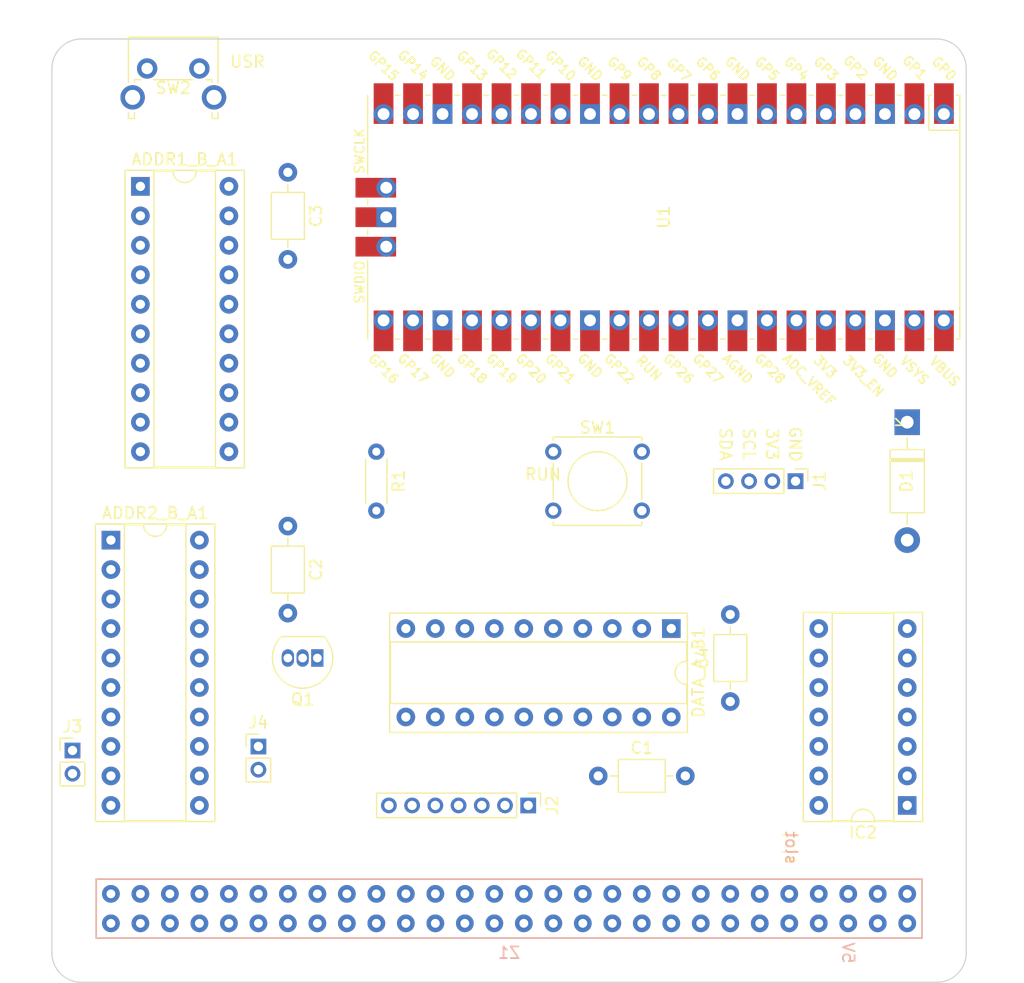
<source format=kicad_pcb>
(kicad_pcb (version 20221018) (generator pcbnew)
  (layers (0 "F.Cu" signal) (31 "B.Cu" signal) (34 "B.Paste" user) (35 "F.Paste" user) (36 "B.SilkS" user "B.Silkscreen") (37 "F.SilkS" user "F.Silkscreen") (38 "B.Mask" user) (39 "F.Mask" user) (44 "Edge.Cuts" user))
  (net 0 "")
  (net 1 "GND")
  (net 2 "A0 3V3")
  (net 3 "A1 3V3")
  (net 4 "A2 3V3")
  (net 5 "A3 3V3")
  (net 6 "A4 3V3")
  (net 7 "A5 3V3")
  (net 8 "A6 3V3")
  (net 9 "A7 3V3")
  (net 10 "A7 5V")
  (net 11 "A6 5V")
  (net 12 "A5 5V")
  (net 13 "A4 5V")
  (net 14 "A3 5V")
  (net 15 "A2 5V")
  (net 16 "A1 5V")
  (net 17 "A0 5V")
  (net 18 "A8 3V3")
  (net 19 "A9 3V3")
  (net 20 "A10 3V3")
  (net 21 "A11 3V3")
  (net 22 "A12 3V3")
  (net 23 "A13 3V3")
  (net 24 "A13 5V")
  (net 25 "A12 5V")
  (net 26 "A11 5V")
  (net 27 "A10 5V")
  (net 28 "A9 5V")
  (net 29 "A8 5V")
  (net 30 "3V3")
  (net 31 "D0 3V3")
  (net 32 "D1 3V3")
  (net 33 "D2 3V3")
  (net 34 "D3 3V3")
  (net 35 "D4 3V3")
  (net 36 "D5 3V3")
  (net 37 "D6 3V3")
  (net 38 "D7 3V3")
  (net 39 "D7 5V")
  (net 40 "D6 5V")
  (net 41 "D5 5V")
  (net 42 "D4 5V")
  (net 43 "D3 5V")
  (net 44 "D2 5V")
  (net 45 "D1 5V")
  (net 46 "D0 5V")
  (net 47 "Net-(DATA_A_B1-CE)")
  (net 48 "A15 5V")
  (net 49 "Net-(IC2-Pad5)")
  (net 50 "A14 5V")
  (net 55 "Net-(Q1-B)")
  (net 56 "Net-(U1-RUN)")
  (net 58 "Net-(SW1-Pad2)")
  (net 85 "Net-(U1-GPIO22)")
  (net 86 "Net-(D1-K)")
  (net 87 "5V")
  (net 88 "/SCL")
  (net 89 "/SDA")
  (net 90 "Net-(ADDR2_B_A1-B6)")
  (net 91 "Net-(ADDR2_B_A1-B7)")
  (net 92 "Net-(ADDR2_B_A1-A7)")
  (net 93 "Net-(ADDR2_B_A1-A6)")
  (net 98 "~{RD} 5V")
  (net 99 "~{MREQ} 5V")
  (net 100 "~{IORQGE}")
  (net 101 "Net-(J2-Pin_5)")
  (net 102 "Net-(J2-Pin_7)")
  (net 103 "~{RESET} 5V")
  (net 104 "Net-(U1-GPIO28_ADC2)")
  (net 105 "Net-(J2-Pin_9)")
  (net 106 "Net-(J2-Pin_8)")
  (net 107 "Net-(SW2-Pad2)")
  (footprint "Button_Switch_THT:SW_Tactile_Straight_KSA0Axx1LFTR" (layer "F.Cu") (at 167.64 88.9)
    (fp_text reference "SW1" (at 3.81 -2.08) (layer "F.SilkS"))
    (fp_text value "SW_RUN")
    (pad "1" thru_hole circle (at 0 0) (size 1.397 1.397) (drill 0.8128) (layers "*.Cu" "*.Mask") (net 56 "Net-(U1-RUN)"))
    (pad "1" thru_hole circle (at 7.62 0) (size 1.397 1.397) (drill 0.8128) (layers "*.Cu" "*.Mask") (net 56 "Net-(U1-RUN)"))
    (pad "2" thru_hole circle (at 0 5.08) (size 1.397 1.397) (drill 0.8128) (layers "*.Cu" "*.Mask") (net 58 "Net-(SW1-Pad2)"))
    (pad "2" thru_hole circle (at 7.62 5.08) (size 1.397 1.397) (drill 0.8128) (layers "*.Cu" "*.Mask") (net 58 "Net-(SW1-Pad2)"))
  )
  (footprint "Capacitor_THT:C_Axial_L3.8mm_D2.6mm_P7.50mm_Horizontal" (layer "F.Cu") (at 144.78 64.83 -90)
    (fp_text reference "C3" (at 3.75 -2.42 90) (layer "F.SilkS"))
    (fp_text value "0.1µF")
    (pad "1" thru_hole circle (at 0 0 270) (size 1.6 1.6) (drill 0.8) (layers "*.Cu" "*.Mask") (net 30 "3V3"))
    (pad "2" thru_hole oval (at 7.5 0 270) (size 1.6 1.6) (drill 0.8) (layers "*.Cu" "*.Mask") (net 1 "GND"))
  )
  (footprint "Connector_PinHeader_2.00mm:PinHeader_1x04_P2.00mm_Vertical" (layer "F.Cu") (at 188.5 91.44 -90)
    (fp_text reference "J1" (at 0 -2.06 90) (layer "F.SilkS"))
    (fp_text value "Conn_I2C")
    (pad "1" thru_hole rect (at 0 0 270) (size 1.35 1.35) (drill 0.8) (layers "*.Cu" "*.Mask") (net 1 "GND"))
    (pad "2" thru_hole oval (at 0 2 270) (size 1.35 1.35) (drill 0.8) (layers "*.Cu" "*.Mask") (net 30 "3V3"))
    (pad "3" thru_hole oval (at 0 4 270) (size 1.35 1.35) (drill 0.8) (layers "*.Cu" "*.Mask") (net 88 "/SCL"))
    (pad "4" thru_hole oval (at 0 6 270) (size 1.35 1.35) (drill 0.8) (layers "*.Cu" "*.Mask") (net 89 "/SDA"))
  )
  (footprint "Connector_PinHeader_2.00mm:PinHeader_1x02_P2.00mm_Vertical" (layer "F.Cu") (at 142.24 114.3)
    (fp_text reference "J4" (at 0 -2.06) (layer "F.SilkS"))
    (fp_text value "Conn_01x02_Pin")
    (pad "1" thru_hole rect (at 0 0) (size 1.35 1.35) (drill 0.8) (layers "*.Cu" "*.Mask") (net 90 "Net-(ADDR2_B_A1-B6)"))
    (pad "2" thru_hole oval (at 0 2) (size 1.35 1.35) (drill 0.8) (layers "*.Cu" "*.Mask") (net 91 "Net-(ADDR2_B_A1-B7)"))
  )
  (footprint "Resistor_THT:R_Axial_DIN0204_L3.6mm_D1.6mm_P5.08mm_Horizontal" (layer "F.Cu") (at 152.4 88.9 -90)
    (fp_text reference "R1" (at 2.54 -1.92 90) (layer "F.SilkS"))
    (fp_text value "6k8")
    (pad "1" thru_hole circle (at 0 0 270) (size 1.4 1.4) (drill 0.7) (layers "*.Cu" "*.Mask") (net 104 "Net-(U1-GPIO28_ADC2)"))
    (pad "2" thru_hole oval (at 5.08 0 270) (size 1.4 1.4) (drill 0.7) (layers "*.Cu" "*.Mask") (net 55 "Net-(Q1-B)"))
  )
  (footprint "Package_DIP:DIP-20_W7.62mm_Socket" (layer "F.Cu") (at 129.54 96.52)
    (fp_text reference "ADDR2_B_A1" (at 3.81 -2.33) (layer "F.SilkS"))
    (fp_text value "74LS245")
    (pad "1" thru_hole rect (at 0 0) (size 1.6 1.6) (drill 0.8) (layers "*.Cu" "*.Mask") (net 1 "GND"))
    (pad "2" thru_hole oval (at 0 2.54) (size 1.6 1.6) (drill 0.8) (layers "*.Cu" "*.Mask") (net 18 "A8 3V3"))
    (pad "3" thru_hole oval (at 0 5.08) (size 1.6 1.6) (drill 0.8) (layers "*.Cu" "*.Mask") (net 19 "A9 3V3"))
    (pad "4" thru_hole oval (at 0 7.62) (size 1.6 1.6) (drill 0.8) (layers "*.Cu" "*.Mask") (net 20 "A10 3V3"))
    (pad "5" thru_hole oval (at 0 10.16) (size 1.6 1.6) (drill 0.8) (layers "*.Cu" "*.Mask") (net 21 "A11 3V3"))
    (pad "6" thru_hole oval (at 0 12.7) (size 1.6 1.6) (drill 0.8) (layers "*.Cu" "*.Mask") (net 22 "A12 3V3"))
    (pad "7" thru_hole oval (at 0 15.24) (size 1.6 1.6) (drill 0.8) (layers "*.Cu" "*.Mask") (net 23 "A13 3V3"))
    (pad "8" thru_hole oval (at 0 17.78) (size 1.6 1.6) (drill 0.8) (layers "*.Cu" "*.Mask") (net 93 "Net-(ADDR2_B_A1-A6)"))
    (pad "9" thru_hole oval (at 0 20.32) (size 1.6 1.6) (drill 0.8) (layers "*.Cu" "*.Mask") (net 92 "Net-(ADDR2_B_A1-A7)"))
    (pad "10" thru_hole oval (at 0 22.86) (size 1.6 1.6) (drill 0.8) (layers "*.Cu" "*.Mask") (net 1 "GND"))
    (pad "11" thru_hole oval (at 7.62 22.86) (size 1.6 1.6) (drill 0.8) (layers "*.Cu" "*.Mask") (net 91 "Net-(ADDR2_B_A1-B7)"))
    (pad "12" thru_hole oval (at 7.62 20.32) (size 1.6 1.6) (drill 0.8) (layers "*.Cu" "*.Mask") (net 90 "Net-(ADDR2_B_A1-B6)"))
    (pad "13" thru_hole oval (at 7.62 17.78) (size 1.6 1.6) (drill 0.8) (layers "*.Cu" "*.Mask") (net 24 "A13 5V"))
    (pad "14" thru_hole oval (at 7.62 15.24) (size 1.6 1.6) (drill 0.8) (layers "*.Cu" "*.Mask") (net 25 "A12 5V"))
    (pad "15" thru_hole oval (at 7.62 12.7) (size 1.6 1.6) (drill 0.8) (layers "*.Cu" "*.Mask") (net 26 "A11 5V"))
    (pad "16" thru_hole oval (at 7.62 10.16) (size 1.6 1.6) (drill 0.8) (layers "*.Cu" "*.Mask") (net 27 "A10 5V"))
    (pad "17" thru_hole oval (at 7.62 7.62) (size 1.6 1.6) (drill 0.8) (layers "*.Cu" "*.Mask") (net 28 "A9 5V"))
    (pad "18" thru_hole oval (at 7.62 5.08) (size 1.6 1.6) (drill 0.8) (layers "*.Cu" "*.Mask") (net 29 "A8 5V"))
    (pad "19" thru_hole oval (at 7.62 2.54) (size 1.6 1.6) (drill 0.8) (layers "*.Cu" "*.Mask") (net 1 "GND"))
    (pad "20" thru_hole oval (at 7.62 0) (size 1.6 1.6) (drill 0.8) (layers "*.Cu" "*.Mask") (net 30 "3V3"))
  )
  (footprint "Capacitor_THT:C_Axial_L3.8mm_D2.6mm_P7.50mm_Horizontal" (layer "F.Cu") (at 144.78 95.31 -90)
    (fp_text reference "C2" (at 3.75 -2.42 90) (layer "F.SilkS"))
    (fp_text value "0.1µF")
    (pad "1" thru_hole circle (at 0 0 270) (size 1.6 1.6) (drill 0.8) (layers "*.Cu" "*.Mask") (net 30 "3V3"))
    (pad "2" thru_hole oval (at 7.5 0 270) (size 1.6 1.6) (drill 0.8) (layers "*.Cu" "*.Mask") (net 1 "GND"))
  )
  (footprint "Connector_PinHeader_2.00mm:PinHeader_1x02_P2.00mm_Vertical" (layer "F.Cu") (at 126.2317 114.6433)
    (fp_text reference "J3" (at 0 -2.06) (layer "F.SilkS"))
    (fp_text value "Conn_01x02_Pin")
    (pad "1" thru_hole rect (at 0 0) (size 1.35 1.35) (drill 0.8) (layers "*.Cu" "*.Mask") (net 93 "Net-(ADDR2_B_A1-A6)"))
    (pad "2" thru_hole oval (at 0 2) (size 1.35 1.35) (drill 0.8) (layers "*.Cu" "*.Mask") (net 92 "Net-(ADDR2_B_A1-A7)"))
  )
  (footprint "Connector_PinHeader_2.00mm:PinHeader_1x07_P2.00mm_Vertical" (layer "F.Cu") (at 165.48 119.38 -90)
    (fp_text reference "J2" (at 0 -2.06 -90) (layer "F.SilkS"))
    (fp_text value "Conn_01x07_Pin")
    (pad "1" thru_hole rect (at 0 0 270) (size 1.35 1.35) (drill 0.8) (layers "*.Cu" "*.Mask") (net 48 "A15 5V"))
    (pad "2" thru_hole oval (at 0 2 270) (size 1.35 1.35) (drill 0.8) (layers "*.Cu" "*.Mask") (net 50 "A14 5V"))
    (pad "3" thru_hole oval (at 0 4 270) (size 1.35 1.35) (drill 0.8) (layers "*.Cu" "*.Mask") (net 100 "~{IORQGE}"))
    (pad "4" thru_hole oval (at 0 6 270) (size 1.35 1.35) (drill 0.8) (layers "*.Cu" "*.Mask") (net 99 "~{MREQ} 5V"))
    (pad "5" thru_hole oval (at 0 8 270) (size 1.35 1.35) (drill 0.8) (layers "*.Cu" "*.Mask") (net 101 "Net-(J2-Pin_5)"))
    (pad "6" thru_hole oval (at 0 10 270) (size 1.35 1.35) (drill 0.8) (layers "*.Cu" "*.Mask") (net 98 "~{RD} 5V"))
    (pad "7" thru_hole oval (at 0 12 270) (size 1.35 1.35) (drill 0.8) (layers "*.Cu" "*.Mask") (net 102 "Net-(J2-Pin_7)"))
  )
  (footprint "Diode_THT:D_DO-41_SOD81_P10.16mm_Horizontal" (layer "F.Cu") (at 198.12 86.36 -90)
    (fp_text reference "D1" (at 5.08 0.07 90) (layer "F.SilkS"))
    (fp_text value "1N400X")
    (fp_text user "K" (at 0 0.44 90) (layer "F.SilkS"))
    (pad "1" thru_hole rect (at 0 0 270) (size 2.2 2.2) (drill 1.1) (layers "*.Cu" "*.Mask") (net 86 "Net-(D1-K)"))
    (pad "2" thru_hole oval (at 10.16 0 270) (size 2.2 2.2) (drill 1.1) (layers "*.Cu" "*.Mask") (net 87 "5V"))
  )
  (footprint "MCU_RaspberryPi_and_Boards:RPi_Pico_SMD_TH" (layer "F.Cu") (at 177.15 68.695 -90)
    (fp_text reference "U1" (at 0 0 90) (layer "F.SilkS"))
    (fp_text value "Pico")
    (fp_text user "GND" (at -12.8 -19.05 135) (layer "F.SilkS") (effects (font (size 0.8 0.8))))
    (fp_text user "GP28" (at 13.054 -9.144 135) (layer "F.SilkS") (effects (font (size 0.8 0.8))))
    (fp_text user "GND" (at 12.8 19.05 135) (layer "F.SilkS") (effects (font (size 0.8 0.8))))
    (fp_text user "GP16" (at 13.054 24.13 135) (layer "F.SilkS") (effects (font (size 0.8 0.8))))
    (fp_text user "GND" (at -12.8 6.35 135) (layer "F.SilkS") (effects (font (size 0.8 0.8))))
    (fp_text user "GP19" (at 13.054 13.97 135) (layer "F.SilkS") (effects (font (size 0.8 0.8))))
    (fp_text user "GP8" (at -12.8 1.27 135) (layer "F.SilkS") (effects (font (size 0.8 0.8))))
    (fp_text user "GND" (at 12.8 6.35 135) (layer "F.SilkS") (effects (font (size 0.8 0.8))))
    (fp_text user "GP26" (at 13.054 -1.27 135) (layer "F.SilkS") (effects (font (size 0.8 0.8))))
    (fp_text user "GP14" (at -13.1 21.59 135) (layer "F.SilkS") (effects (font (size 0.8 0.8))))
    (fp_text user "SWCLK" (at -5.7 26.2 90) (layer "F.SilkS") (effects (font (size 0.8 0.8))))
    (fp_text user "3V3_EN" (at 13.7 -17.2 135) (layer "F.SilkS") (effects (font (size 0.8 0.8))))
    (fp_text user "VBUS" (at 13.3 -24.2 135) (layer "F.SilkS") (effects (font (size 0.8 0.8))))
    (fp_text user "3V3" (at 12.9 -13.9 135) (layer "F.SilkS") (effects (font (size 0.8 0.8))))
    (fp_text user "SWDIO" (at 5.6 26.2 90) (layer "F.SilkS") (effects (font (size 0.8 0.8))))
    (fp_text user "GND" (at 12.8 -19.05 135) (layer "F.SilkS") (effects (font (size 0.8 0.8))))
    (fp_text user "GP5" (at -12.8 -8.89 135) (layer "F.SilkS") (effects (font (size 0.8 0.8))))
    (fp_text user "AGND" (at 13.054 -6.35 135) (layer "F.SilkS") (effects (font (size 0.8 0.8))))
    (fp_text user "GP21" (at 13.054 8.9 135) (layer "F.SilkS") (effects (font (size 0.8 0.8))))
    (fp_text user "GP27" (at 13.054 -3.8 135) (layer "F.SilkS") (effects (font (size 0.8 0.8))))
    (fp_text user "GP18" (at 13.054 16.51 135) (layer "F.SilkS") (effects (font (size 0.8 0.8))))
    (fp_text user "VSYS" (at 13.2 -21.59 135) (layer "F.SilkS") (effects (font (size 0.8 0.8))))
    (fp_text user "GP6" (at -12.8 -3.81 135) (layer "F.SilkS") (effects (font (size 0.8 0.8))))
    (fp_text user "GP1" (at -12.9 -21.6 135) (layer "F.SilkS") (effects (font (size 0.8 0.8))))
    (fp_text user "GP17" (at 13.054 21.59 135) (layer "F.SilkS") (effects (font (size 0.8 0.8))))
    (fp_text user "GND" (at -12.8 -6.35 135) (layer "F.SilkS") (effects (font (size 0.8 0.8))))
    (fp_text user "GP3" (at -12.8 -13.97 135) (layer "F.SilkS") (effects (font (size 0.8 0.8))))
    (fp_text user "GP7" (at -12.7 -1.3 135) (layer "F.SilkS") (effects (font (size 0.8 0.8))))
    (fp_text user "GP15" (at -13.054 24.13 135) (layer "F.SilkS") (effects (font (size 0.8 0.8))))
    (fp_text user "GP10" (at -13.054 8.89 135) (layer "F.SilkS") (effects (font (size 0.8 0.8))))
    (fp_text user "GP2" (at -12.9 -16.51 135) (layer "F.SilkS") (effects (font (size 0.8 0.8))))
    (fp_text user "GP0" (at -12.8 -24.13 135) (layer "F.SilkS") (effects (font (size 0.8 0.8))))
    (fp_text user "GP13" (at -13.054 16.51 135) (layer "F.SilkS") (effects (font (size 0.8 0.8))))
    (fp_text user "GP20" (at 13.054 11.43 135) (layer "F.SilkS") (effects (font (size 0.8 0.8))))
    (fp_text user "GP4" (at -12.8 -11.43 135) (layer "F.SilkS") (effects (font (size 0.8 0.8))))
    (fp_text user "GP11" (at -13.2 11.43 135) (layer "F.SilkS") (effects (font (size 0.8 0.8))))
    (fp_text user "GP12" (at -13.2 13.97 135) (layer "F.SilkS") (effects (font (size 0.8 0.8))))
    (fp_text user "RUN" (at 13 1.27 135) (layer "F.SilkS") (effects (font (size 0.8 0.8))))
    (fp_text user "GP22" (at 13.054 3.81 135) (layer "F.SilkS") (effects (font (size 0.8 0.8))))
    (fp_text user "GP9" (at -12.8 3.81 135) (layer "F.SilkS") (effects (font (size 0.8 0.8))))
    (fp_text user "ADC_VREF" (at 14 -12.5 135) (layer "F.SilkS") (effects (font (size 0.8 0.8))))
    (fp_text user "GND" (at -12.8 19.05 135) (layer "F.SilkS") (effects (font (size 0.8 0.8))))
    (pad "" np_thru_hole oval (at -2.725 -24 270) (size 1.8 1.8) (drill 1.8) (layers "*.Cu" "*.Mask"))
    (pad "" np_thru_hole oval (at -2.425 -20.97 270) (size 1.5 1.5) (drill 1.5) (layers "*.Cu" "*.Mask"))
    (pad "" np_thru_hole oval (at 2.425 -20.97 270) (size 1.5 1.5) (drill 1.5) (layers "*.Cu" "*.Mask"))
    (pad "" np_thru_hole oval (at 2.725 -24 270) (size 1.8 1.8) (drill 1.8) (layers "*.Cu" "*.Mask"))
    (pad "1" thru_hole oval (at -8.89 -24.13 270) (size 1.7 1.7) (drill 1.02) (layers "*.Cu" "*.Mask") (net 2 "A0 3V3"))
    (pad "1" smd rect (at -8.89 -24.13 270) (size 3.5 1.7) (drill (offset -0.9 0)) (layers "F.Cu" "F.Mask") (net 2 "A0 3V3"))
    (pad "2" thru_hole oval (at -8.89 -21.59 270) (size 1.7 1.7) (drill 1.02) (layers "*.Cu" "*.Mask") (net 3 "A1 3V3"))
    (pad "2" smd rect (at -8.89 -21.59 270) (size 3.5 1.7) (drill (offset -0.9 0)) (layers "F.Cu" "F.Mask") (net 3 "A1 3V3"))
    (pad "3" thru_hole rect (at -8.89 -19.05 270) (size 1.7 1.7) (drill 1.02) (layers "*.Cu" "*.Mask"))
    (pad "3" smd rect (at -8.89 -19.05 270) (size 3.5 1.7) (drill (offset -0.9 0)) (layers "F.Cu" "F.Mask"))
    (pad "4" thru_hole oval (at -8.89 -16.51 270) (size 1.7 1.7) (drill 1.02) (layers "*.Cu" "*.Mask") (net 4 "A2 3V3"))
    (pad "4" smd rect (at -8.89 -16.51 270) (size 3.5 1.7) (drill (offset -0.9 0)) (layers "F.Cu" "F.Mask") (net 4 "A2 3V3"))
    (pad "5" thru_hole oval (at -8.89 -13.97 270) (size 1.7 1.7) (drill 1.02) (layers "*.Cu" "*.Mask") (net 5 "A3 3V3"))
    (pad "5" smd rect (at -8.89 -13.97 270) (size 3.5 1.7) (drill (offset -0.9 0)) (layers "F.Cu" "F.Mask") (net 5 "A3 3V3"))
    (pad "6" thru_hole oval (at -8.89 -11.43 270) (size 1.7 1.7) (drill 1.02) (layers "*.Cu" "*.Mask") (net 6 "A4 3V3"))
    (pad "6" smd rect (at -8.89 -11.43 270) (size 3.5 1.7) (drill (offset -0.9 0)) (layers "F.Cu" "F.Mask") (net 6 "A4 3V3"))
    (pad "7" thru_hole oval (at -8.89 -8.89 270) (size 1.7 1.7) (drill 1.02) (layers "*.Cu" "*.Mask") (net 7 "A5 3V3"))
    (pad "7" smd rect (at -8.89 -8.89 270) (size 3.5 1.7) (drill (offset -0.9 0)) (layers "F.Cu" "F.Mask") (net 7 "A5 3V3"))
    (pad "8" thru_hole rect (at -8.89 -6.35 270) (size 1.7 1.7) (drill 1.02) (layers "*.Cu" "*.Mask"))
    (pad "8" smd rect (at -8.89 -6.35 270) (size 3.5 1.7) (drill (offset -0.9 0)) (layers "F.Cu" "F.Mask"))
    (pad "9" thru_hole oval (at -8.89 -3.81 270) (size 1.7 1.7) (drill 1.02) (layers "*.Cu" "*.Mask") (net 8 "A6 3V3"))
    (pad "9" smd rect (at -8.89 -3.81 270) (size 3.5 1.7) (drill (offset -0.9 0)) (layers "F.Cu" "F.Mask") (net 8 "A6 3V3"))
    (pad "10" thru_hole oval (at -8.89 -1.27 270) (size 1.7 1.7) (drill 1.02) (layers "*.Cu" "*.Mask") (net 9 "A7 3V3"))
    (pad "10" smd rect (at -8.89 -1.27 270) (size 3.5 1.7) (drill (offset -0.9 0)) (layers "F.Cu" "F.Mask") (net 9 "A7 3V3"))
    (pad "11" thru_hole oval (at -8.89 1.27 270) (size 1.7 1.7) (drill 1.02) (layers "*.Cu" "*.Mask") (net 18 "A8 3V3"))
    (pad "11" smd rect (at -8.89 1.27 270) (size 3.5 1.7) (drill (offset -0.9 0)) (layers "F.Cu" "F.Mask") (net 18 "A8 3V3"))
    (pad "12" thru_hole oval (at -8.89 3.81 270) (size 1.7 1.7) (drill 1.02) (layers "*.Cu" "*.Mask") (net 19 "A9 3V3"))
    (pad "12" smd rect (at -8.89 3.81 270) (size 3.5 1.7) (drill (offset -0.9 0)) (layers "F.Cu" "F.Mask") (net 19 "A9 3V3"))
    (pad "13" thru_hole rect (at -8.89 6.35 270) (size 1.7 1.7) (drill 1.02) (layers "*.Cu" "*.Mask"))
    (pad "13" smd rect (at -8.89 6.35 270) (size 3.5 1.7) (drill (offset -0.9 0)) (layers "F.Cu" "F.Mask"))
    (pad "14" thru_hole oval (at -8.89 8.89 270) (size 1.7 1.7) (drill 1.02) (layers "*.Cu" "*.Mask") (net 20 "A10 3V3"))
    (pad "14" smd rect (at -8.89 8.89 270) (size 3.5 1.7) (drill (offset -0.9 0)) (layers "F.Cu" "F.Mask") (net 20 "A10 3V3"))
    (pad "15" thru_hole oval (at -8.89 11.43 270) (size 1.7 1.7) (drill 1.02) (layers "*.Cu" "*.Mask") (net 21 "A11 3V3"))
    (pad "15" smd rect (at -8.89 11.43 270) (size 3.5 1.7) (drill (offset -0.9 0)) (layers "F.Cu" "F.Mask") (net 21 "A11 3V3"))
    (pad "16" thru_hole oval (at -8.89 13.97 270) (size 1.7 1.7) (drill 1.02) (layers "*.Cu" "*.Mask") (net 22 "A12 3V3"))
    (pad "16" smd rect (at -8.89 13.97 270) (size 3.5 1.7) (drill (offset -0.9 0)) (layers "F.Cu" "F.Mask") (net 22 "A12 3V3"))
    (pad "17" thru_hole oval (at -8.89 16.51 270) (size 1.7 1.7) (drill 1.02) (layers "*.Cu" "*.Mask") (net 23 "A13 3V3"))
    (pad "17" smd rect (at -8.89 16.51 270) (size 3.5 1.7) (drill (offset -0.9 0)) (layers "F.Cu" "F.Mask") (net 23 "A13 3V3"))
    (pad "18" thru_hole rect (at -8.89 19.05 270) (size 1.7 1.7) (drill 1.02) (layers "*.Cu" "*.Mask"))
    (pad "18" smd rect (at -8.89 19.05 270) (size 3.5 1.7) (drill (offset -0.9 0)) (layers "F.Cu" "F.Mask"))
    (pad "19" thru_hole oval (at -8.89 21.59 270) (size 1.7 1.7) (drill 1.02) (layers "*.Cu" "*.Mask") (net 31 "D0 3V3"))
    (pad "19" smd rect (at -8.89 21.59 270) (size 3.5 1.7) (drill (offset -0.9 0)) (layers "F.Cu" "F.Mask") (net 31 "D0 3V3"))
    (pad "20" thru_hole oval (at -8.89 24.13 270) (size 1.7 1.7) (drill 1.02) (layers "*.Cu" "*.Mask") (net 32 "D1 3V3"))
    (pad "20" smd rect (at -8.89 24.13 270) (size 3.5 1.7) (drill (offset -0.9 0)) (layers "F.Cu" "F.Mask") (net 32 "D1 3V3"))
    (pad "21" thru_hole oval (at 8.89 24.13 270) (size 1.7 1.7) (drill 1.02) (layers "*.Cu" "*.Mask") (net 33 "D2 3V3"))
    (pad "21" smd rect (at 8.89 24.13 270) (size 3.5 1.7) (drill (offset 0.9 0)) (layers "F.Cu" "F.Mask") (net 33 "D2 3V3"))
    (pad "22" thru_hole oval (at 8.89 21.59 270) (size 1.7 1.7) (drill 1.02) (layers "*.Cu" "*.Mask") (net 34 "D3 3V3"))
    (pad "22" smd rect (at 8.89 21.59 270) (size 3.5 1.7) (drill (offset 0.9 0)) (layers "F.Cu" "F.Mask") (net 34 "D3 3V3"))
    (pad "23" thru_hole rect (at 8.89 19.05 270) (size 1.7 1.7) (drill 1.02) (layers "*.Cu" "*.Mask") (net 58 "Net-(SW1-Pad2)"))
    (pad "23" smd rect (at 8.89 19.05 270) (size 3.5 1.7) (drill (offset 0.9 0)) (layers "F.Cu" "F.Mask") (net 58 "Net-(SW1-Pad2)"))
    (pad "24" thru_hole oval (at 8.89 16.51 270) (size 1.7 1.7) (drill 1.02) (layers "*.Cu" "*.Mask") (net 35 "D4 3V3"))
    (pad "24" smd rect (at 8.89 16.51 270) (size 3.5 1.7) (drill (offset 0.9 0)) (layers "F.Cu" "F.Mask") (net 35 "D4 3V3"))
    (pad "25" thru_hole oval (at 8.89 13.97 270) (size 1.7 1.7) (drill 1.02) (layers "*.Cu" "*.Mask") (net 36 "D5 3V3"))
    (pad "25" smd rect (at 8.89 13.97 270) (size 3.5 1.7) (drill (offset 0.9 0)) (layers "F.Cu" "F.Mask") (net 36 "D5 3V3"))
    (pad "26" thru_hole oval (at 8.89 11.43 270) (size 1.7 1.7) (drill 1.02) (layers "*.Cu" "*.Mask") (net 37 "D6 3V3"))
    (pad "26" smd rect (at 8.89 11.43 270) (size 3.5 1.7) (drill (offset 0.9 0)) (layers "F.Cu" "F.Mask") (net 37 "D6 3V3"))
    (pad "27" thru_hole oval (at 8.89 8.89 270) (size 1.7 1.7) (drill 1.02) (layers "*.Cu" "*.Mask") (net 38 "D7 3V3"))
    (pad "27" smd rect (at 8.89 8.89 270) (size 3.5 1.7) (drill (offset 0.9 0)) (layers "F.Cu" "F.Mask") (net 38 "D7 3V3"))
    (pad "28" thru_hole rect (at 8.89 6.35 270) (size 1.7 1.7) (drill 1.02) (layers "*.Cu" "*.Mask") (net 107 "Net-(SW2-Pad2)"))
    (pad "28" smd rect (at 8.89 6.35 270) (size 3.5 1.7) (drill (offset 0.9 0)) (layers "F.Cu" "F.Mask") (net 107 "Net-(SW2-Pad2)"))
    (pad "29" thru_hole oval (at 8.89 3.81 270) (size 1.7 1.7) (drill 1.02) (layers "*.Cu" "*.Mask") (net 85 "Net-(U1-GPIO22)"))
    (pad "29" smd rect (at 8.89 3.81 270) (size 3.5 1.7) (drill (offset 0.9 0)) (layers "F.Cu" "F.Mask") (net 85 "Net-(U1-GPIO22)"))
    (pad "30" thru_hole oval (at 8.89 1.27 270) (size 1.7 1.7) (drill 1.02) (layers "*.Cu" "*.Mask") (net 56 "Net-(U1-RUN)"))
    (pad "30" smd rect (at 8.89 1.27 270) (size 3.5 1.7) (drill (offset 0.9 0)) (layers "F.Cu" "F.Mask") (net 56 "Net-(U1-RUN)"))
    (pad "31" thru_hole oval (at 8.89 -1.27 270) (size 1.7 1.7) (drill 1.02) (layers "*.Cu" "*.Mask") (net 89 "/SDA"))
    (pad "31" smd rect (at 8.89 -1.27 270) (size 3.5 1.7) (drill (offset 0.9 0)) (layers "F.Cu" "F.Mask") (net 89 "/SDA"))
    (pad "32" thru_hole oval (at 8.89 -3.81 270) (size 1.7 1.7) (drill 1.02) (layers "*.Cu" "*.Mask") (net 88 "/SCL"))
    (pad "32" smd rect (at 8.89 -3.81 270) (size 3.5 1.7) (drill (offset 0.9 0)) (layers "F.Cu" "F.Mask") (net 88 "/SCL"))
    (pad "33" thru_hole rect (at 8.89 -6.35 270) (size 1.7 1.7) (drill 1.02) (layers "*.Cu" "*.Mask"))
    (pad "33" smd rect (at 8.89 -6.35 270) (size 3.5 1.7) (drill (offset 0.9 0)) (layers "F.Cu" "F.Mask"))
    (pad "34" thru_hole oval (at 8.89 -8.89 270) (size 1.7 1.7) (drill 1.02) (layers "*.Cu" "*.Mask") (net 104 "Net-(U1-GPIO28_ADC2)"))
    (pad "34" smd rect (at 8.89 -8.89 270) (size 3.5 1.7) (drill (offset 0.9 0)) (layers "F.Cu" "F.Mask") (net 104 "Net-(U1-GPIO28_ADC2)"))
    (pad "35" thru_hole oval (at 8.89 -11.43 270) (size 1.7 1.7) (drill 1.02) (layers "*.Cu" "*.Mask"))
    (pad "35" smd rect (at 8.89 -11.43 270) (size 3.5 1.7) (drill (offset 0.9 0)) (layers "F.Cu" "F.Mask"))
    (pad "36" thru_hole oval (at 8.89 -13.97 270) (size 1.7 1.7) (drill 1.02) (layers "*.Cu" "*.Mask") (net 30 "3V3"))
    (pad "36" smd rect (at 8.89 -13.97 270) (size 3.5 1.7) (drill (offset 0.9 0)) (layers "F.Cu" "F.Mask") (net 30 "3V3"))
    (pad "37" thru_hole oval (at 8.89 -16.51 270) (size 1.7 1.7) (drill 1.02) (layers "*.Cu" "*.Mask"))
    (pad "37" smd rect (at 8.89 -16.51 270) (size 3.5 1.7) (drill (offset 0.9 0)) (layers "F.Cu" "F.Mask"))
    (pad "38" thru_hole rect (at 8.89 -19.05 270) (size 1.7 1.7) (drill 1.02) (layers "*.Cu" "*.Mask"))
    (pad "38" smd rect (at 8.89 -19.05 270) (size 3.5 1.7) (drill (offset 0.9 0)) (layers "F.Cu" "F.Mask"))
    (pad "39" thru_hole oval (at 8.89 -21.59 270) (size 1.7 1.7) (drill 1.02) (layers "*.Cu" "*.Mask") (net 86 "Net-(D1-K)"))
    (pad "39" smd rect (at 8.89 -21.59 270) (size 3.5 1.7) (drill (offset 0.9 0)) (layers "F.Cu" "F.Mask") (net 86 "Net-(D1-K)"))
    (pad "40" thru_hole oval (at 8.89 -24.13 270) (size 1.7 1.7) (drill 1.02) (layers "*.Cu" "*.Mask"))
    (pad "40" smd rect (at 8.89 -24.13 270) (size 3.5 1.7) (drill (offset 0.9 0)) (layers "F.Cu" "F.Mask"))
    (pad "41" thru_hole oval (at -2.54 23.9 270) (size 1.7 1.7) (drill 1.02) (layers "*.Cu" "*.Mask"))
    (pad "41" smd rect (at -2.54 23.9) (size 3.5 1.7) (drill (offset -0.9 0)) (layers "F.Cu" "F.Mask"))
    (pad "42" thru_hole rect (at 0 23.9 270) (size 1.7 1.7) (drill 1.02) (layers "*.Cu" "*.Mask") (net 1 "GND"))
    (pad "42" smd rect (at 0 23.9) (size 3.5 1.7) (drill (offset -0.9 0)) (layers "F.Cu" "F.Mask") (net 1 "GND"))
    (pad "43" thru_hole oval (at 2.54 23.9 270) (size 1.7 1.7) (drill 1.02) (layers "*.Cu" "*.Mask"))
    (pad "43" smd rect (at 2.54 23.9) (size 3.5 1.7) (drill (offset -0.9 0)) (layers "F.Cu" "F.Mask"))
  )
  (footprint "Package_DIP:DIP-14_W7.62mm_Socket" (layer "F.Cu") (at 198.12 119.38 180)
    (fp_text reference "IC2" (at 3.81 -2.33) (layer "F.SilkS"))
    (fp_text value "4075")
    (pad "1" thru_hole rect (at 0 0 180) (size 1.6 1.6) (drill 0.8) (layers "*.Cu" "*.Mask") (net 99 "~{MREQ} 5V"))
    (pad "2" thru_hole oval (at 0 2.54 180) (size 1.6 1.6) (drill 0.8) (layers "*.Cu" "*.Mask") (net 48 "A15 5V"))
    (pad "3" thru_hole oval (at 0 5.08 180) (size 1.6 1.6) (drill 0.8) (layers "*.Cu" "*.Mask") (net 1 "GND"))
    (pad "4" thru_hole oval (at 0 7.62 180) (size 1.6 1.6) (drill 0.8) (layers "*.Cu" "*.Mask") (net 98 "~{RD} 5V"))
    (pad "5" thru_hole oval (at 0 10.16 180) (size 1.6 1.6) (drill 0.8) (layers "*.Cu" "*.Mask") (net 49 "Net-(IC2-Pad5)"))
    (pad "6" thru_hole oval (at 0 12.7 180) (size 1.6 1.6) (drill 0.8) (layers "*.Cu" "*.Mask") (net 47 "Net-(DATA_A_B1-CE)"))
    (pad "7" thru_hole oval (at 0 15.24 180) (size 1.6 1.6) (drill 0.8) (layers "*.Cu" "*.Mask") (net 1 "GND"))
    (pad "8" thru_hole oval (at 7.62 15.24 180) (size 1.6 1.6) (drill 0.8) (layers "*.Cu" "*.Mask") (net 50 "A14 5V"))
    (pad "9" thru_hole oval (at 7.62 12.7 180) (size 1.6 1.6) (drill 0.8) (layers "*.Cu" "*.Mask") (net 49 "Net-(IC2-Pad5)"))
    (pad "10" thru_hole oval (at 7.62 10.16 180) (size 1.6 1.6) (drill 0.8) (layers "*.Cu" "*.Mask"))
    (pad "11" thru_hole oval (at 7.62 7.62 180) (size 1.6 1.6) (drill 0.8) (layers "*.Cu" "*.Mask"))
    (pad "12" thru_hole oval (at 7.62 5.08 180) (size 1.6 1.6) (drill 0.8) (layers "*.Cu" "*.Mask"))
    (pad "13" thru_hole oval (at 7.62 2.54 180) (size 1.6 1.6) (drill 0.8) (layers "*.Cu" "*.Mask"))
    (pad "14" thru_hole oval (at 7.62 0 180) (size 1.6 1.6) (drill 0.8) (layers "*.Cu" "*.Mask") (net 30 "3V3"))
  )
  (footprint "Button_Switch_THT:SW_Tactile_SPST_Angled_PTS645Vx58-2LFS" (layer "F.Cu") (at 132.66 55.88)
    (fp_text reference "SW2" (at 2.25 1.68) (layer "F.SilkS"))
    (fp_text value "SW_USR")
    (pad "" thru_hole circle (at -1.25 2.49) (size 2.1 2.1) (drill 1.3) (layers "*.Cu" "*.Mask"))
    (pad "" thru_hole circle (at 5.76 2.49) (size 2.1 2.1) (drill 1.3) (layers "*.Cu" "*.Mask"))
    (pad "1" thru_hole circle (at 0 0) (size 1.75 1.75) (drill 0.99) (layers "*.Cu" "*.Mask") (net 85 "Net-(U1-GPIO22)"))
    (pad "2" thru_hole circle (at 4.5 0) (size 1.75 1.75) (drill 0.99) (layers "*.Cu" "*.Mask") (net 107 "Net-(SW2-Pad2)"))
  )
  (footprint "Package_DIP:DIP-20_W7.62mm_Socket" (layer "F.Cu") (at 177.8 104.14 -90)
    (fp_text reference "DATA_A_B1" (at 3.81 -2.33 90) (layer "F.SilkS"))
    (fp_text value "74LS245")
    (pad "1" thru_hole rect (at 0 0 270) (size 1.6 1.6) (drill 0.8) (layers "*.Cu" "*.Mask") (net 30 "3V3"))
    (pad "2" thru_hole oval (at 0 2.54 270) (size 1.6 1.6) (drill 0.8) (layers "*.Cu" "*.Mask") (net 31 "D0 3V3"))
    (pad "3" thru_hole oval (at 0 5.08 270) (size 1.6 1.6) (drill 0.8) (layers "*.Cu" "*.Mask") (net 32 "D1 3V3"))
    (pad "4" thru_hole oval (at 0 7.62 270) (size 1.6 1.6) (drill 0.8) (layers "*.Cu" "*.Mask") (net 33 "D2 3V3"))
    (pad "5" thru_hole oval (at 0 10.16 270) (size 1.6 1.6) (drill 0.8) (layers "*.Cu" "*.Mask") (net 34 "D3 3V3"))
    (pad "6" thru_hole oval (at 0 12.7 270) (size 1.6 1.6) (drill 0.8) (layers "*.Cu" "*.Mask") (net 35 "D4 3V3"))
    (pad "7" thru_hole oval (at 0 15.24 270) (size 1.6 1.6) (drill 0.8) (layers "*.Cu" "*.Mask") (net 36 "D5 3V3"))
    (pad "8" thru_hole oval (at 0 17.78 270) (size 1.6 1.6) (drill 0.8) (layers "*.Cu" "*.Mask") (net 37 "D6 3V3"))
    (pad "9" thru_hole oval (at 0 20.32 270) (size 1.6 1.6) (drill 0.8) (layers "*.Cu" "*.Mask") (net 38 "D7 3V3"))
    (pad "10" thru_hole oval (at 0 22.86 270) (size 1.6 1.6) (drill 0.8) (layers "*.Cu" "*.Mask") (net 1 "GND"))
    (pad "11" thru_hole oval (at 7.62 22.86 270) (size 1.6 1.6) (drill 0.8) (layers "*.Cu" "*.Mask") (net 39 "D7 5V"))
    (pad "12" thru_hole oval (at 7.62 20.32 270) (size 1.6 1.6) (drill 0.8) (layers "*.Cu" "*.Mask") (net 40 "D6 5V"))
    (pad "13" thru_hole oval (at 7.62 17.78 270) (size 1.6 1.6) (drill 0.8) (layers "*.Cu" "*.Mask") (net 41 "D5 5V"))
    (pad "14" thru_hole oval (at 7.62 15.24 270) (size 1.6 1.6) (drill 0.8) (layers "*.Cu" "*.Mask") (net 42 "D4 5V"))
    (pad "15" thru_hole oval (at 7.62 12.7 270) (size 1.6 1.6) (drill 0.8) (layers "*.Cu" "*.Mask") (net 43 "D3 5V"))
    (pad "16" thru_hole oval (at 7.62 10.16 270) (size 1.6 1.6) (drill 0.8) (layers "*.Cu" "*.Mask") (net 44 "D2 5V"))
    (pad "17" thru_hole oval (at 7.62 7.62 270) (size 1.6 1.6) (drill 0.8) (layers "*.Cu" "*.Mask") (net 45 "D1 5V"))
    (pad "18" thru_hole oval (at 7.62 5.08 270) (size 1.6 1.6) (drill 0.8) (layers "*.Cu" "*.Mask") (net 46 "D0 5V"))
    (pad "19" thru_hole oval (at 7.62 2.54 270) (size 1.6 1.6) (drill 0.8) (layers "*.Cu" "*.Mask") (net 47 "Net-(DATA_A_B1-CE)"))
    (pad "20" thru_hole oval (at 7.62 0 270) (size 1.6 1.6) (drill 0.8) (layers "*.Cu" "*.Mask") (net 30 "3V3"))
  )
  (footprint "Capacitor_THT:C_Axial_L3.8mm_D2.6mm_P7.50mm_Horizontal" (layer "F.Cu") (at 182.88 110.43 90)
    (fp_text reference "C4" (at 3.75 -2.42 90) (layer "F.SilkS"))
    (fp_text value "0.1µF")
    (pad "1" thru_hole circle (at 0 0 90) (size 1.6 1.6) (drill 0.8) (layers "*.Cu" "*.Mask") (net 87 "5V"))
    (pad "2" thru_hole oval (at 7.5 0 90) (size 1.6 1.6) (drill 0.8) (layers "*.Cu" "*.Mask") (net 1 "GND"))
  )
  (footprint "Package_TO_SOT_THT:TO-92_Inline" (layer "F.Cu") (at 147.32 106.68 180)
    (fp_text reference "Q1" (at 1.27 -3.56) (layer "F.SilkS"))
    (fp_text value "PN2222A")
    (pad "1" thru_hole rect (at 0 0 180) (size 1.05 1.5) (drill 0.75) (layers "*.Cu" "*.Mask") (net 1 "GND"))
    (pad "2" thru_hole oval (at 1.27 0 180) (size 1.05 1.5) (drill 0.75) (layers "*.Cu" "*.Mask") (net 55 "Net-(Q1-B)"))
    (pad "3" thru_hole oval (at 2.54 0 180) (size 1.05 1.5) (drill 0.75) (layers "*.Cu" "*.Mask") (net 103 "~{RESET} 5V"))
  )
  (footprint "Package_DIP:DIP-20_W7.62mm_Socket" (layer "F.Cu") (at 132.08 66.04)
    (fp_text reference "ADDR1_B_A1" (at 3.81 -2.33) (layer "F.SilkS"))
    (fp_text value "74LS245")
    (pad "1" thru_hole rect (at 0 0) (size 1.6 1.6) (drill 0.8) (layers "*.Cu" "*.Mask") (net 1 "GND"))
    (pad "2" thru_hole oval (at 0 2.54) (size 1.6 1.6) (drill 0.8) (layers "*.Cu" "*.Mask") (net 2 "A0 3V3"))
    (pad "3" thru_hole oval (at 0 5.08) (size 1.6 1.6) (drill 0.8) (layers "*.Cu" "*.Mask") (net 3 "A1 3V3"))
    (pad "4" thru_hole oval (at 0 7.62) (size 1.6 1.6) (drill 0.8) (layers "*.Cu" "*.Mask") (net 4 "A2 3V3"))
    (pad "5" thru_hole oval (at 0 10.16) (size 1.6 1.6) (drill 0.8) (layers "*.Cu" "*.Mask") (net 5 "A3 3V3"))
    (pad "6" thru_hole oval (at 0 12.7) (size 1.6 1.6) (drill 0.8) (layers "*.Cu" "*.Mask") (net 6 "A4 3V3"))
    (pad "7" thru_hole oval (at 0 15.24) (size 1.6 1.6) (drill 0.8) (layers "*.Cu" "*.Mask") (net 7 "A5 3V3"))
    (pad "8" thru_hole oval (at 0 17.78) (size 1.6 1.6) (drill 0.8) (layers "*.Cu" "*.Mask") (net 8 "A6 3V3"))
    (pad "9" thru_hole oval (at 0 20.32) (size 1.6 1.6) (drill 0.8) (layers "*.Cu" "*.Mask") (net 9 "A7 3V3"))
    (pad "10" thru_hole oval (at 0 22.86) (size 1.6 1.6) (drill 0.8) (layers "*.Cu" "*.Mask") (net 1 "GND"))
    (pad "11" thru_hole oval (at 7.62 22.86) (size 1.6 1.6) (drill 0.8) (layers "*.Cu" "*.Mask") (net 10 "A7 5V"))
    (pad "12" thru_hole oval (at 7.62 20.32) (size 1.6 1.6) (drill 0.8) (layers "*.Cu" "*.Mask") (net 11 "A6 5V"))
    (pad "13" thru_hole oval (at 7.62 17.78) (size 1.6 1.6) (drill 0.8) (layers "*.Cu" "*.Mask") (net 12 "A5 5V"))
    (pad "14" thru_hole oval (at 7.62 15.24) (size 1.6 1.6) (drill 0.8) (layers "*.Cu" "*.Mask") (net 13 "A4 5V"))
    (pad "15" thru_hole oval (at 7.62 12.7) (size 1.6 1.6) (drill 0.8) (layers "*.Cu" "*.Mask") (net 14 "A3 5V"))
    (pad "16" thru_hole oval (at 7.62 10.16) (size 1.6 1.6) (drill 0.8) (layers "*.Cu" "*.Mask") (net 15 "A2 5V"))
    (pad "17" thru_hole oval (at 7.62 7.62) (size 1.6 1.6) (drill 0.8) (layers "*.Cu" "*.Mask") (net 16 "A1 5V"))
    (pad "18" thru_hole oval (at 7.62 5.08) (size 1.6 1.6) (drill 0.8) (layers "*.Cu" "*.Mask") (net 17 "A0 5V"))
    (pad "19" thru_hole oval (at 7.62 2.54) (size 1.6 1.6) (drill 0.8) (layers "*.Cu" "*.Mask") (net 1 "GND"))
    (pad "20" thru_hole oval (at 7.62 0) (size 1.6 1.6) (drill 0.8) (layers "*.Cu" "*.Mask") (net 30 "3V3"))
  )
  (footprint "Capacitor_THT:C_Axial_L3.8mm_D2.6mm_P7.50mm_Horizontal" (layer "F.Cu") (at 171.51 116.84)
    (fp_text reference "C1" (at 3.75 -2.42) (layer "F.SilkS"))
    (fp_text value "0.1µF")
    (pad "1" thru_hole circle (at 0 0) (size 1.6 1.6) (drill 0.8) (layers "*.Cu" "*.Mask") (net 30 "3V3"))
    (pad "2" thru_hole oval (at 7.5 0) (size 1.6 1.6) (drill 0.8) (layers "*.Cu" "*.Mask") (net 1 "GND"))
  )
  (footprint "zxbus:ZX_Bus_Pin_Header" (layer "B.Cu") (at 163.83 128.27 180)
    (fp_text reference "Z1" (at 0 -3.81) (layer "B.SilkS") (effects (justify mirror)))
    (fp_text value "ZX48Bus")
    (pad "" thru_hole circle (at -24.13 -1.27 180) (size 1.524 1.524) (drill 0.762) (layers "*.Cu" "*.Mask"))
    (pad "" thru_hole circle (at -24.13 1.27 180) (size 1.524 1.524) (drill 0.762) (layers "*.Cu" "*.Mask"))
    (pad "A1" thru_hole circle (at -34.29 1.27 180) (size 1.524 1.524) (drill 0.762) (layers "*.Cu" "*.Mask") (net 48 "A15 5V"))
    (pad "A2" thru_hole circle (at -31.75 1.27 180) (size 1.524 1.524) (drill 0.762) (layers "*.Cu" "*.Mask") (net 24 "A13 5V"))
    (pad "A3" thru_hole circle (at -29.21 1.27 180) (size 1.524 1.524) (drill 0.762) (layers "*.Cu" "*.Mask") (net 39 "D7 5V"))
    (pad "A4" thru_hole circle (at -26.67 1.27 180) (size 1.524 1.524) (drill 0.762) (layers "*.Cu" "*.Mask"))
    (pad "A6" thru_hole circle (at -21.59 1.27 180) (size 1.524 1.524) (drill 0.762) (layers "*.Cu" "*.Mask") (net 46 "D0 5V"))
    (pad "A7" thru_hole circle (at -19.05 1.27 180) (size 1.524 1.524) (drill 0.762) (layers "*.Cu" "*.Mask") (net 45 "D1 5V"))
    (pad "A8" thru_hole circle (at -16.51 1.27 180) (size 1.524 1.524) (drill 0.762) (layers "*.Cu" "*.Mask") (net 44 "D2 5V"))
    (pad "A9" thru_hole circle (at -13.97 1.27 180) (size 1.524 1.524) (drill 0.762) (layers "*.Cu" "*.Mask") (net 40 "D6 5V"))
    (pad "A10" thru_hole circle (at -11.43 1.27 180) (size 1.524 1.524) (drill 0.762) (layers "*.Cu" "*.Mask") (net 41 "D5 5V"))
    (pad "A11" thru_hole circle (at -8.89 1.27 180) (size 1.524 1.524) (drill 0.762) (layers "*.Cu" "*.Mask") (net 43 "D3 5V"))
    (pad "A12" thru_hole circle (at -6.35 1.27 180) (size 1.524 1.524) (drill 0.762) (layers "*.Cu" "*.Mask") (net 42 "D4 5V"))
    (pad "A13" thru_hole circle (at -3.81 1.27 180) (size 1.524 1.524) (drill 0.762) (layers "*.Cu" "*.Mask"))
    (pad "A14" thru_hole circle (at -1.27 1.27 180) (size 1.524 1.524) (drill 0.762) (layers "*.Cu" "*.Mask"))
    (pad "A15" thru_hole circle (at 1.27 1.27 180) (size 1.524 1.524) (drill 0.762) (layers "*.Cu" "*.Mask"))
    (pad "A16" thru_hole circle (at 3.81 1.27 180) (size 1.524 1.524) (drill 0.762) (layers "*.Cu" "*.Mask") (net 99 "~{MREQ} 5V"))
    (pad "A17" thru_hole circle (at 6.35 1.27 180) (size 1.524 1.524) (drill 0.762) (layers "*.Cu" "*.Mask") (net 101 "Net-(J2-Pin_5)"))
    (pad "A18" thru_hole circle (at 8.89 1.27 180) (size 1.524 1.524) (drill 0.762) (layers "*.Cu" "*.Mask") (net 98 "~{RD} 5V"))
    (pad "A19" thru_hole circle (at 11.43 1.27 180) (size 1.524 1.524) (drill 0.762) (layers "*.Cu" "*.Mask") (net 102 "Net-(J2-Pin_7)"))
    (pad "A20" thru_hole circle (at 13.97 1.27 180) (size 1.524 1.524) (drill 0.762) (layers "*.Cu" "*.Mask"))
    (pad "A21" thru_hole circle (at 16.51 1.27 180) (size 1.524 1.524) (drill 0.762) (layers "*.Cu" "*.Mask") (net 106 "Net-(J2-Pin_8)"))
    (pad "A22" thru_hole circle (at 19.05 1.27 180) (size 1.524 1.524) (drill 0.762) (layers "*.Cu" "*.Mask"))
    (pad "A23" thru_hole circle (at 21.59 1.27 180) (size 1.524 1.524) (drill 0.762) (layers "*.Cu" "*.Mask"))
    (pad "A24" thru_hole circle (at 24.13 1.27 180) (size 1.524 1.524) (drill 0.762) (layers "*.Cu" "*.Mask") (net 105 "Net-(J2-Pin_9)"))
    (pad "A25" thru_hole circle (at 26.67 1.27 180) (size 1.524 1.524) (drill 0.762) (layers "*.Cu" "*.Mask"))
    (pad "A26" thru_hole circle (at 29.21 1.27 180) (size 1.524 1.524) (drill 0.762) (layers "*.Cu" "*.Mask") (net 29 "A8 5V"))
    (pad "A27" thru_hole circle (at 31.75 1.27 180) (size 1.524 1.524) (drill 0.762) (layers "*.Cu" "*.Mask") (net 27 "A10 5V"))
    (pad "A28" thru_hole circle (at 34.29 1.27 180) (size 1.524 1.524) (drill 0.762) (layers "*.Cu" "*.Mask"))
    (pad "B1" thru_hole circle (at -34.29 -1.27 180) (size 1.524 1.524) (drill 0.762) (layers "*.Cu" "*.Mask") (net 50 "A14 5V"))
    (pad "B2" thru_hole circle (at -31.75 -1.27 180) (size 1.524 1.524) (drill 0.762) (layers "*.Cu" "*.Mask") (net 25 "A12 5V"))
    (pad "B3" thru_hole circle (at -29.21 -1.27 180) (size 1.524 1.524) (drill 0.762) (layers "*.Cu" "*.Mask") (net 87 "5V"))
    (pad "B4" thru_hole circle (at -26.67 -1.27 180) (size 1.524 1.524) (drill 0.762) (layers "*.Cu" "*.Mask"))
    (pad "B6" thru_hole circle (at -21.59 -1.27 180) (size 1.524 1.524) (drill 0.762) (layers "*.Cu" "*.Mask") (net 1 "GND"))
    (pad "B7" thru_hole circle (at -19.05 -1.27 180) (size 1.524 1.524) (drill 0.762) (layers "*.Cu" "*.Mask"))
    (pad "B8" thru_hole circle (at -16.51 -1.27 180) (size 1.524 1.524) (drill 0.762) (layers "*.Cu" "*.Mask"))
    (pad "B9" thru_hole circle (at -13.97 -1.27 180) (size 1.524 1.524) (drill 0.762) (layers "*.Cu" "*.Mask") (net 17 "A0 5V"))
    (pad "B10" thru_hole circle (at -11.43 -1.27 180) (size 1.524 1.524) (drill 0.762) (layers "*.Cu" "*.Mask") (net 16 "A1 5V"))
    (pad "B11" thru_hole circle (at -8.89 -1.27 180) (size 1.524 1.524) (drill 0.762) (layers "*.Cu" "*.Mask") (net 15 "A2 5V"))
    (pad "B12" thru_hole circle (at -6.35 -1.27 180) (size 1.524 1.524) (drill 0.762) (layers "*.Cu" "*.Mask") (net 14 "A3 5V"))
    (pad "B13" thru_hole circle (at -3.81 -1.27 180) (size 1.524 1.524) (drill 0.762) (layers "*.Cu" "*.Mask") (net 100 "~{IORQGE}"))
    (pad "B14" thru_hole circle (at -1.27 -1.27 180) (size 1.524 1.524) (drill 0.762) (layers "*.Cu" "*.Mask"))
    (pad "B15" thru_hole circle (at 1.27 -1.27 180) (size 1.524 1.524) (drill 0.762) (layers "*.Cu" "*.Mask"))
    (pad "B16" thru_hole circle (at 3.81 -1.27 180) (size 1.524 1.524) (drill 0.762) (layers "*.Cu" "*.Mask"))
    (pad "B17" thru_hole circle (at 6.35 -1.27 180) (size 1.524 1.524) (drill 0.762) (layers "*.Cu" "*.Mask"))
    (pad "B18" thru_hole circle (at 8.89 -1.27 180) (size 1.524 1.524) (drill 0.762) (layers "*.Cu" "*.Mask"))
    (pad "B19" thru_hole circle (at 11.43 -1.27 180) (size 1.524 1.524) (drill 0.762) (layers "*.Cu" "*.Mask"))
    (pad "B20" thru_hole circle (at 13.97 -1.27 180) (size 1.524 1.524) (drill 0.762) (layers "*.Cu" "*.Mask") (net 103 "~{RESET} 5V"))
    (pad "B21" thru_hole circle (at 16.51 -1.27 180) (size 1.524 1.524) (drill 0.762) (layers "*.Cu" "*.Mask") (net 10 "A7 5V"))
    (pad "B22" thru_hole circle (at 19.05 -1.27 180) (size 1.524 1.524) (drill 0.762) (layers "*.Cu" "*.Mask") (net 11 "A6 5V"))
    (pad "B23" thru_hole circle (at 21.59 -1.27 180) (size 1.524 1.524) (drill 0.762) (layers "*.Cu" "*.Mask") (net 12 "A5 5V"))
    (pad "B24" thru_hole circle (at 24.13 -1.27 180) (size 1.524 1.524) (drill 0.762) (layers "*.Cu" "*.Mask") (net 13 "A4 5V"))
    (pad "B25" thru_hole circle (at 26.67 -1.27 180) (size 1.524 1.524) (drill 0.762) (layers "*.Cu" "*.Mask"))
    (pad "B26" thru_hole circle (at 29.21 -1.27 180) (size 1.524 1.524) (drill 0.762) (layers "*.Cu" "*.Mask"))
    (pad "B27" thru_hole circle (at 31.75 -1.27 180) (size 1.524 1.524) (drill 0.762) (layers "*.Cu" "*.Mask") (net 28 "A9 5V"))
    (pad "B28" thru_hole circle (at 34.29 -1.27 180) (size 1.524 1.524) (drill 0.762) (layers "*.Cu" "*.Mask") (net 26 "A11 5V"))
  )
  (gr_arc (start 127 134.62) (mid 125.203949 133.876051) (end 124.46 132.08) (stroke (width 0.1)) (layer "Edge.Cuts"))
  (gr_arc (start 200.66 53.34) (mid 202.456051 54.083949) (end 203.2 55.88) (stroke (width 0.1)) (layer "Edge.Cuts"))
  (gr_line (start 127 53.34) (end 200.66 53.34) (stroke (width 0.1)) (layer "Edge.Cuts"))
  (gr_line (start 124.46 132.08) (end 124.46 55.88) (stroke (width 0.1)) (layer "Edge.Cuts"))
  (gr_line (start 203.2 132.08) (end 203.2 55.88) (stroke (width 0.1)) (layer "Edge.Cuts"))
  (gr_line (start 127 134.62) (end 200.66 134.62) (stroke (width 0.1)) (layer "Edge.Cuts"))
  (gr_arc (start 124.46 55.88) (mid 125.203949 54.083949) (end 127 53.34) (stroke (width 0.1)) (layer "Edge.Cuts"))
  (gr_arc (start 203.2 132.08) (mid 202.456051 133.876051) (end 200.66 134.62) (stroke (width 0.1)) (layer "Edge.Cuts"))
  (gr_text "5V" (at 193.04 132.08 270) (layer "B.SilkS") (effects (font (size 1 1)) (justify mirror)))
  (gr_text "slot" (at 187.555295 124.529877 -90) (layer "B.SilkS") (effects (font (size 1 1)) (justify left bottom mirror)))
  (gr_text "USR" (at 139.7 55.88) (layer "F.SilkS") (effects (font (size 1 1)) (justify left bottom)))
  (gr_text "SCL" (at 184.48 88.2567 -90) (layer "F.SilkS") (effects (font (size 1 1))))
  (gr_text "SDA" (at 182.48 88.2567 -90) (layer "F.SilkS") (effects (font (size 1 1))))
  (gr_text "3V3" (at 186.48 88.2567 -90) (layer "F.SilkS") (effects (font (size 1 1))))
  (gr_text "RUN" (at 165.1 91.44) (layer "F.SilkS") (effects (font (size 1 1)) (justify left bottom)))
  (gr_text "slot" (at 188.555295 124.529877 90) (layer "F.SilkS") (effects (font (size 1 1)) (justify left bottom)))
  (gr_text "GND" (at 188.48 88.2567 -90) (layer "F.SilkS") (effects (font (size 1 1))))
)
</source>
